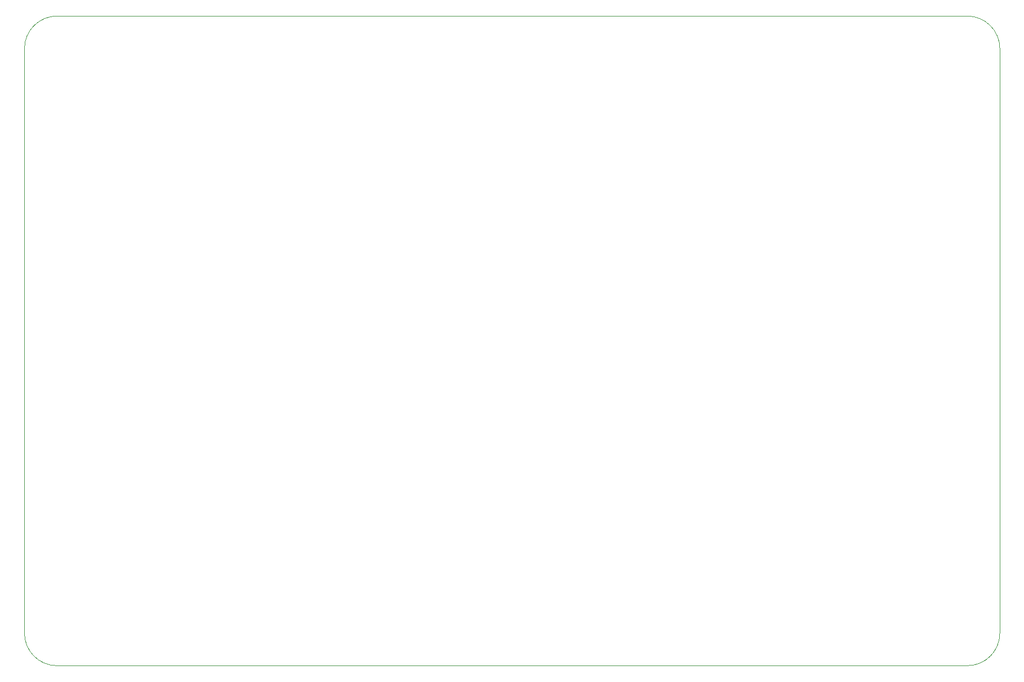
<source format=gbr>
%TF.GenerationSoftware,Altium Limited,Altium Designer,20.2.5 (213)*%
G04 Layer_Color=0*
%FSLAX26Y26*%
%MOIN*%
%TF.SameCoordinates,271AC680-9A3E-4A00-A3D7-6C105C8C782D*%
%TF.FilePolarity,Positive*%
%TF.FileFunction,Profile,NP*%
%TF.Part,Single*%
G01*
G75*
%TA.AperFunction,Profile*%
%ADD144C,0.001000*%
D144*
X1010673Y1187647D02*
G03*
X1207523Y990797I196850J0D01*
G01*
X6719334D01*
D02*
G03*
X6916185Y1187647I0J196850D01*
G01*
Y4730954D01*
D02*
G03*
X6719334Y4927805I-196850J0D01*
G01*
X1207523D01*
D02*
G03*
X1010673Y4730954I0J-196850D01*
G01*
Y1187647D01*
%TF.MD5,3a08eb620ee149b7a44ec5ece5976bc8*%
M02*

</source>
